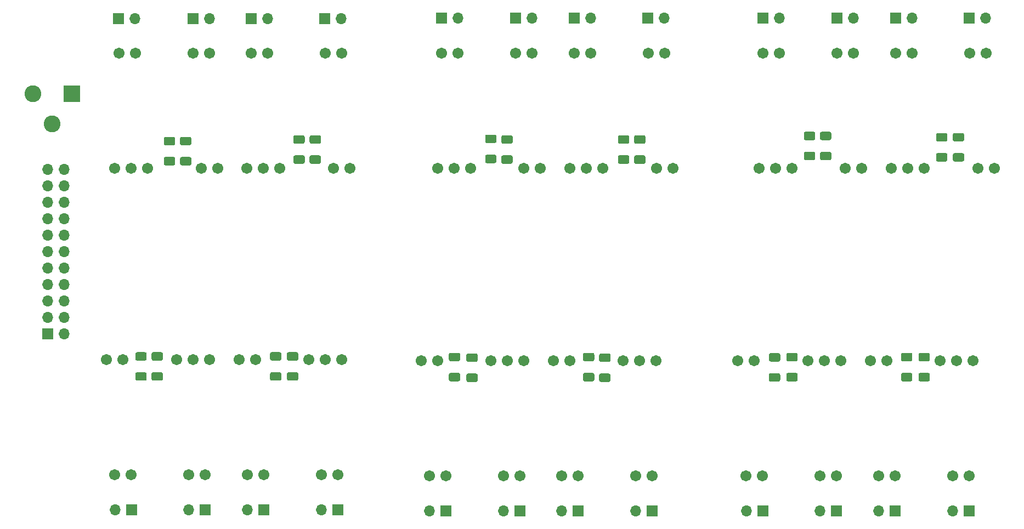
<source format=gbr>
%TF.GenerationSoftware,KiCad,Pcbnew,(5.1.9-0-10_14)*%
%TF.CreationDate,2021-06-18T00:48:09+02:00*%
%TF.ProjectId,V3,56332e6b-6963-4616-945f-706362585858,rev?*%
%TF.SameCoordinates,Original*%
%TF.FileFunction,Soldermask,Bot*%
%TF.FilePolarity,Negative*%
%FSLAX46Y46*%
G04 Gerber Fmt 4.6, Leading zero omitted, Abs format (unit mm)*
G04 Created by KiCad (PCBNEW (5.1.9-0-10_14)) date 2021-06-18 00:48:09*
%MOMM*%
%LPD*%
G01*
G04 APERTURE LIST*
%ADD10R,1.700000X1.700000*%
%ADD11O,1.700000X1.700000*%
%ADD12C,1.711200*%
%ADD13R,2.600000X2.600000*%
%ADD14C,2.600000*%
G04 APERTURE END LIST*
D10*
%TO.C,J2*%
X97800000Y-107820000D03*
D11*
X100340000Y-107820000D03*
X97800000Y-105280000D03*
X100340000Y-105280000D03*
X97800000Y-102740000D03*
X100340000Y-102740000D03*
X97800000Y-100200000D03*
X100340000Y-100200000D03*
X97800000Y-97660000D03*
X100340000Y-97660000D03*
X97800000Y-95120000D03*
X100340000Y-95120000D03*
X97800000Y-92580000D03*
X100340000Y-92580000D03*
X97800000Y-90040000D03*
X100340000Y-90040000D03*
X97800000Y-87500000D03*
X100340000Y-87500000D03*
X97800000Y-84960000D03*
X100340000Y-84960000D03*
X97800000Y-82420000D03*
X100340000Y-82420000D03*
%TD*%
D12*
%TO.C,U3*%
X129200501Y-64487501D03*
X131740501Y-64487501D03*
X143170501Y-64487501D03*
X140630501Y-64487501D03*
X144440501Y-82267501D03*
X141900501Y-82267501D03*
X128565501Y-82267501D03*
X131105501Y-82267501D03*
X133645501Y-82267501D03*
%TD*%
%TO.C,U4*%
X113215501Y-82267501D03*
X110675501Y-82267501D03*
X108135501Y-82267501D03*
X121470501Y-82267501D03*
X124010501Y-82267501D03*
X120200501Y-64487501D03*
X122740501Y-64487501D03*
X111310501Y-64487501D03*
X108770501Y-64487501D03*
%TD*%
D13*
%TO.C,J1*%
X101500000Y-70700000D03*
D14*
X95500000Y-70700000D03*
X98500000Y-75400000D03*
%TD*%
D12*
%TO.C,U11*%
X219569499Y-129732499D03*
X217029499Y-129732499D03*
X205599499Y-129732499D03*
X208139499Y-129732499D03*
X204329499Y-111952499D03*
X206869499Y-111952499D03*
X220204499Y-111952499D03*
X217664499Y-111952499D03*
X215124499Y-111952499D03*
%TD*%
D11*
%TO.C,LS1*%
X161160000Y-59040000D03*
D10*
X158620000Y-59040000D03*
%TD*%
%TO.C,LS2*%
X170060000Y-59040000D03*
D11*
X172600000Y-59040000D03*
%TD*%
D10*
%TO.C,LS3*%
X179060000Y-59040000D03*
D11*
X181600000Y-59040000D03*
%TD*%
%TO.C,LS4*%
X193000000Y-59040000D03*
D10*
X190460000Y-59040000D03*
%TD*%
D11*
%TO.C,LS5*%
X111300000Y-59100000D03*
D10*
X108760000Y-59100000D03*
%TD*%
D11*
%TO.C,LS6*%
X122740000Y-59100000D03*
D10*
X120200000Y-59100000D03*
%TD*%
D11*
%TO.C,LS7*%
X131740000Y-59100000D03*
D10*
X129200000Y-59100000D03*
%TD*%
%TO.C,LS8*%
X140600000Y-59100000D03*
D11*
X143140000Y-59100000D03*
%TD*%
D10*
%TO.C,LS9*%
X208220000Y-59080000D03*
D11*
X210760000Y-59080000D03*
%TD*%
D10*
%TO.C,LS10*%
X219660000Y-59080000D03*
D11*
X222200000Y-59080000D03*
%TD*%
D10*
%TO.C,LS11*%
X228660000Y-59080000D03*
D11*
X231200000Y-59080000D03*
%TD*%
%TO.C,LS12*%
X242600000Y-59080000D03*
D10*
X240060000Y-59080000D03*
%TD*%
%TO.C,LS13*%
X191110000Y-135160000D03*
D11*
X188570000Y-135160000D03*
%TD*%
%TO.C,LS14*%
X177130000Y-135160000D03*
D10*
X179670000Y-135160000D03*
%TD*%
%TO.C,LS15*%
X170670000Y-135160000D03*
D11*
X168130000Y-135160000D03*
%TD*%
%TO.C,LS16*%
X156730000Y-135160000D03*
D10*
X159270000Y-135160000D03*
%TD*%
%TO.C,LS17*%
X142570000Y-135000000D03*
D11*
X140030000Y-135000000D03*
%TD*%
%TO.C,LS18*%
X128590000Y-135000000D03*
D10*
X131130000Y-135000000D03*
%TD*%
%TO.C,LS19*%
X122130000Y-135000000D03*
D11*
X119590000Y-135000000D03*
%TD*%
%TO.C,LS20*%
X108190000Y-135000000D03*
D10*
X110730000Y-135000000D03*
%TD*%
%TO.C,LS21*%
X240010000Y-135120000D03*
D11*
X237470000Y-135120000D03*
%TD*%
%TO.C,LS22*%
X226030000Y-135120000D03*
D10*
X228570000Y-135120000D03*
%TD*%
%TO.C,LS23*%
X219570000Y-135120000D03*
D11*
X217030000Y-135120000D03*
%TD*%
%TO.C,LS24*%
X205630000Y-135120000D03*
D10*
X208170000Y-135120000D03*
%TD*%
%TO.C,R5*%
G36*
G01*
X188575000Y-77150000D02*
X189825000Y-77150000D01*
G75*
G02*
X190075000Y-77400000I0J-250000D01*
G01*
X190075000Y-78200000D01*
G75*
G02*
X189825000Y-78450000I-250000J0D01*
G01*
X188575000Y-78450000D01*
G75*
G02*
X188325000Y-78200000I0J250000D01*
G01*
X188325000Y-77400000D01*
G75*
G02*
X188575000Y-77150000I250000J0D01*
G01*
G37*
G36*
G01*
X188575000Y-80250000D02*
X189825000Y-80250000D01*
G75*
G02*
X190075000Y-80500000I0J-250000D01*
G01*
X190075000Y-81300000D01*
G75*
G02*
X189825000Y-81550000I-250000J0D01*
G01*
X188575000Y-81550000D01*
G75*
G02*
X188325000Y-81300000I0J250000D01*
G01*
X188325000Y-80500000D01*
G75*
G02*
X188575000Y-80250000I250000J0D01*
G01*
G37*
%TD*%
%TO.C,R6*%
G36*
G01*
X168075000Y-80250000D02*
X169325000Y-80250000D01*
G75*
G02*
X169575000Y-80500000I0J-250000D01*
G01*
X169575000Y-81300000D01*
G75*
G02*
X169325000Y-81550000I-250000J0D01*
G01*
X168075000Y-81550000D01*
G75*
G02*
X167825000Y-81300000I0J250000D01*
G01*
X167825000Y-80500000D01*
G75*
G02*
X168075000Y-80250000I250000J0D01*
G01*
G37*
G36*
G01*
X168075000Y-77150000D02*
X169325000Y-77150000D01*
G75*
G02*
X169575000Y-77400000I0J-250000D01*
G01*
X169575000Y-78200000D01*
G75*
G02*
X169325000Y-78450000I-250000J0D01*
G01*
X168075000Y-78450000D01*
G75*
G02*
X167825000Y-78200000I0J250000D01*
G01*
X167825000Y-77400000D01*
G75*
G02*
X168075000Y-77150000I250000J0D01*
G01*
G37*
%TD*%
%TO.C,R7*%
G36*
G01*
X187325000Y-78450000D02*
X186075000Y-78450000D01*
G75*
G02*
X185825000Y-78200000I0J250000D01*
G01*
X185825000Y-77400000D01*
G75*
G02*
X186075000Y-77150000I250000J0D01*
G01*
X187325000Y-77150000D01*
G75*
G02*
X187575000Y-77400000I0J-250000D01*
G01*
X187575000Y-78200000D01*
G75*
G02*
X187325000Y-78450000I-250000J0D01*
G01*
G37*
G36*
G01*
X187325000Y-81550000D02*
X186075000Y-81550000D01*
G75*
G02*
X185825000Y-81300000I0J250000D01*
G01*
X185825000Y-80500000D01*
G75*
G02*
X186075000Y-80250000I250000J0D01*
G01*
X187325000Y-80250000D01*
G75*
G02*
X187575000Y-80500000I0J-250000D01*
G01*
X187575000Y-81300000D01*
G75*
G02*
X187325000Y-81550000I-250000J0D01*
G01*
G37*
%TD*%
%TO.C,R8*%
G36*
G01*
X166825000Y-81450000D02*
X165575000Y-81450000D01*
G75*
G02*
X165325000Y-81200000I0J250000D01*
G01*
X165325000Y-80400000D01*
G75*
G02*
X165575000Y-80150000I250000J0D01*
G01*
X166825000Y-80150000D01*
G75*
G02*
X167075000Y-80400000I0J-250000D01*
G01*
X167075000Y-81200000D01*
G75*
G02*
X166825000Y-81450000I-250000J0D01*
G01*
G37*
G36*
G01*
X166825000Y-78350000D02*
X165575000Y-78350000D01*
G75*
G02*
X165325000Y-78100000I0J250000D01*
G01*
X165325000Y-77300000D01*
G75*
G02*
X165575000Y-77050000I250000J0D01*
G01*
X166825000Y-77050000D01*
G75*
G02*
X167075000Y-77300000I0J-250000D01*
G01*
X167075000Y-78100000D01*
G75*
G02*
X166825000Y-78350000I-250000J0D01*
G01*
G37*
%TD*%
%TO.C,R9*%
G36*
G01*
X138475000Y-80250000D02*
X139725000Y-80250000D01*
G75*
G02*
X139975000Y-80500000I0J-250000D01*
G01*
X139975000Y-81300000D01*
G75*
G02*
X139725000Y-81550000I-250000J0D01*
G01*
X138475000Y-81550000D01*
G75*
G02*
X138225000Y-81300000I0J250000D01*
G01*
X138225000Y-80500000D01*
G75*
G02*
X138475000Y-80250000I250000J0D01*
G01*
G37*
G36*
G01*
X138475000Y-77150000D02*
X139725000Y-77150000D01*
G75*
G02*
X139975000Y-77400000I0J-250000D01*
G01*
X139975000Y-78200000D01*
G75*
G02*
X139725000Y-78450000I-250000J0D01*
G01*
X138475000Y-78450000D01*
G75*
G02*
X138225000Y-78200000I0J250000D01*
G01*
X138225000Y-77400000D01*
G75*
G02*
X138475000Y-77150000I250000J0D01*
G01*
G37*
%TD*%
%TO.C,R10*%
G36*
G01*
X118475000Y-77400000D02*
X119725000Y-77400000D01*
G75*
G02*
X119975000Y-77650000I0J-250000D01*
G01*
X119975000Y-78450000D01*
G75*
G02*
X119725000Y-78700000I-250000J0D01*
G01*
X118475000Y-78700000D01*
G75*
G02*
X118225000Y-78450000I0J250000D01*
G01*
X118225000Y-77650000D01*
G75*
G02*
X118475000Y-77400000I250000J0D01*
G01*
G37*
G36*
G01*
X118475000Y-80500000D02*
X119725000Y-80500000D01*
G75*
G02*
X119975000Y-80750000I0J-250000D01*
G01*
X119975000Y-81550000D01*
G75*
G02*
X119725000Y-81800000I-250000J0D01*
G01*
X118475000Y-81800000D01*
G75*
G02*
X118225000Y-81550000I0J250000D01*
G01*
X118225000Y-80750000D01*
G75*
G02*
X118475000Y-80500000I250000J0D01*
G01*
G37*
%TD*%
%TO.C,R11*%
G36*
G01*
X137225000Y-81550000D02*
X135975000Y-81550000D01*
G75*
G02*
X135725000Y-81300000I0J250000D01*
G01*
X135725000Y-80500000D01*
G75*
G02*
X135975000Y-80250000I250000J0D01*
G01*
X137225000Y-80250000D01*
G75*
G02*
X137475000Y-80500000I0J-250000D01*
G01*
X137475000Y-81300000D01*
G75*
G02*
X137225000Y-81550000I-250000J0D01*
G01*
G37*
G36*
G01*
X137225000Y-78450000D02*
X135975000Y-78450000D01*
G75*
G02*
X135725000Y-78200000I0J250000D01*
G01*
X135725000Y-77400000D01*
G75*
G02*
X135975000Y-77150000I250000J0D01*
G01*
X137225000Y-77150000D01*
G75*
G02*
X137475000Y-77400000I0J-250000D01*
G01*
X137475000Y-78200000D01*
G75*
G02*
X137225000Y-78450000I-250000J0D01*
G01*
G37*
%TD*%
%TO.C,R12*%
G36*
G01*
X117225000Y-78700000D02*
X115975000Y-78700000D01*
G75*
G02*
X115725000Y-78450000I0J250000D01*
G01*
X115725000Y-77650000D01*
G75*
G02*
X115975000Y-77400000I250000J0D01*
G01*
X117225000Y-77400000D01*
G75*
G02*
X117475000Y-77650000I0J-250000D01*
G01*
X117475000Y-78450000D01*
G75*
G02*
X117225000Y-78700000I-250000J0D01*
G01*
G37*
G36*
G01*
X117225000Y-81800000D02*
X115975000Y-81800000D01*
G75*
G02*
X115725000Y-81550000I0J250000D01*
G01*
X115725000Y-80750000D01*
G75*
G02*
X115975000Y-80500000I250000J0D01*
G01*
X117225000Y-80500000D01*
G75*
G02*
X117475000Y-80750000I0J-250000D01*
G01*
X117475000Y-81550000D01*
G75*
G02*
X117225000Y-81800000I-250000J0D01*
G01*
G37*
%TD*%
%TO.C,R13*%
G36*
G01*
X237775000Y-79900000D02*
X239025000Y-79900000D01*
G75*
G02*
X239275000Y-80150000I0J-250000D01*
G01*
X239275000Y-80950000D01*
G75*
G02*
X239025000Y-81200000I-250000J0D01*
G01*
X237775000Y-81200000D01*
G75*
G02*
X237525000Y-80950000I0J250000D01*
G01*
X237525000Y-80150000D01*
G75*
G02*
X237775000Y-79900000I250000J0D01*
G01*
G37*
G36*
G01*
X237775000Y-76800000D02*
X239025000Y-76800000D01*
G75*
G02*
X239275000Y-77050000I0J-250000D01*
G01*
X239275000Y-77850000D01*
G75*
G02*
X239025000Y-78100000I-250000J0D01*
G01*
X237775000Y-78100000D01*
G75*
G02*
X237525000Y-77850000I0J250000D01*
G01*
X237525000Y-77050000D01*
G75*
G02*
X237775000Y-76800000I250000J0D01*
G01*
G37*
%TD*%
%TO.C,R14*%
G36*
G01*
X217275000Y-76600000D02*
X218525000Y-76600000D01*
G75*
G02*
X218775000Y-76850000I0J-250000D01*
G01*
X218775000Y-77650000D01*
G75*
G02*
X218525000Y-77900000I-250000J0D01*
G01*
X217275000Y-77900000D01*
G75*
G02*
X217025000Y-77650000I0J250000D01*
G01*
X217025000Y-76850000D01*
G75*
G02*
X217275000Y-76600000I250000J0D01*
G01*
G37*
G36*
G01*
X217275000Y-79700000D02*
X218525000Y-79700000D01*
G75*
G02*
X218775000Y-79950000I0J-250000D01*
G01*
X218775000Y-80750000D01*
G75*
G02*
X218525000Y-81000000I-250000J0D01*
G01*
X217275000Y-81000000D01*
G75*
G02*
X217025000Y-80750000I0J250000D01*
G01*
X217025000Y-79950000D01*
G75*
G02*
X217275000Y-79700000I250000J0D01*
G01*
G37*
%TD*%
%TO.C,R15*%
G36*
G01*
X236425000Y-81200000D02*
X235175000Y-81200000D01*
G75*
G02*
X234925000Y-80950000I0J250000D01*
G01*
X234925000Y-80150000D01*
G75*
G02*
X235175000Y-79900000I250000J0D01*
G01*
X236425000Y-79900000D01*
G75*
G02*
X236675000Y-80150000I0J-250000D01*
G01*
X236675000Y-80950000D01*
G75*
G02*
X236425000Y-81200000I-250000J0D01*
G01*
G37*
G36*
G01*
X236425000Y-78100000D02*
X235175000Y-78100000D01*
G75*
G02*
X234925000Y-77850000I0J250000D01*
G01*
X234925000Y-77050000D01*
G75*
G02*
X235175000Y-76800000I250000J0D01*
G01*
X236425000Y-76800000D01*
G75*
G02*
X236675000Y-77050000I0J-250000D01*
G01*
X236675000Y-77850000D01*
G75*
G02*
X236425000Y-78100000I-250000J0D01*
G01*
G37*
%TD*%
%TO.C,R16*%
G36*
G01*
X216025000Y-77900000D02*
X214775000Y-77900000D01*
G75*
G02*
X214525000Y-77650000I0J250000D01*
G01*
X214525000Y-76850000D01*
G75*
G02*
X214775000Y-76600000I250000J0D01*
G01*
X216025000Y-76600000D01*
G75*
G02*
X216275000Y-76850000I0J-250000D01*
G01*
X216275000Y-77650000D01*
G75*
G02*
X216025000Y-77900000I-250000J0D01*
G01*
G37*
G36*
G01*
X216025000Y-81000000D02*
X214775000Y-81000000D01*
G75*
G02*
X214525000Y-80750000I0J250000D01*
G01*
X214525000Y-79950000D01*
G75*
G02*
X214775000Y-79700000I250000J0D01*
G01*
X216025000Y-79700000D01*
G75*
G02*
X216275000Y-79950000I0J-250000D01*
G01*
X216275000Y-80750000D01*
G75*
G02*
X216025000Y-81000000I-250000J0D01*
G01*
G37*
%TD*%
%TO.C,R17*%
G36*
G01*
X181925000Y-112050000D02*
X180675000Y-112050000D01*
G75*
G02*
X180425000Y-111800000I0J250000D01*
G01*
X180425000Y-111000000D01*
G75*
G02*
X180675000Y-110750000I250000J0D01*
G01*
X181925000Y-110750000D01*
G75*
G02*
X182175000Y-111000000I0J-250000D01*
G01*
X182175000Y-111800000D01*
G75*
G02*
X181925000Y-112050000I-250000J0D01*
G01*
G37*
G36*
G01*
X181925000Y-115150000D02*
X180675000Y-115150000D01*
G75*
G02*
X180425000Y-114900000I0J250000D01*
G01*
X180425000Y-114100000D01*
G75*
G02*
X180675000Y-113850000I250000J0D01*
G01*
X181925000Y-113850000D01*
G75*
G02*
X182175000Y-114100000I0J-250000D01*
G01*
X182175000Y-114900000D01*
G75*
G02*
X181925000Y-115150000I-250000J0D01*
G01*
G37*
%TD*%
%TO.C,R18*%
G36*
G01*
X163925000Y-115250000D02*
X162675000Y-115250000D01*
G75*
G02*
X162425000Y-115000000I0J250000D01*
G01*
X162425000Y-114200000D01*
G75*
G02*
X162675000Y-113950000I250000J0D01*
G01*
X163925000Y-113950000D01*
G75*
G02*
X164175000Y-114200000I0J-250000D01*
G01*
X164175000Y-115000000D01*
G75*
G02*
X163925000Y-115250000I-250000J0D01*
G01*
G37*
G36*
G01*
X163925000Y-112150000D02*
X162675000Y-112150000D01*
G75*
G02*
X162425000Y-111900000I0J250000D01*
G01*
X162425000Y-111100000D01*
G75*
G02*
X162675000Y-110850000I250000J0D01*
G01*
X163925000Y-110850000D01*
G75*
G02*
X164175000Y-111100000I0J-250000D01*
G01*
X164175000Y-111900000D01*
G75*
G02*
X163925000Y-112150000I-250000J0D01*
G01*
G37*
%TD*%
%TO.C,R19*%
G36*
G01*
X183175000Y-110850000D02*
X184425000Y-110850000D01*
G75*
G02*
X184675000Y-111100000I0J-250000D01*
G01*
X184675000Y-111900000D01*
G75*
G02*
X184425000Y-112150000I-250000J0D01*
G01*
X183175000Y-112150000D01*
G75*
G02*
X182925000Y-111900000I0J250000D01*
G01*
X182925000Y-111100000D01*
G75*
G02*
X183175000Y-110850000I250000J0D01*
G01*
G37*
G36*
G01*
X183175000Y-113950000D02*
X184425000Y-113950000D01*
G75*
G02*
X184675000Y-114200000I0J-250000D01*
G01*
X184675000Y-115000000D01*
G75*
G02*
X184425000Y-115250000I-250000J0D01*
G01*
X183175000Y-115250000D01*
G75*
G02*
X182925000Y-115000000I0J250000D01*
G01*
X182925000Y-114200000D01*
G75*
G02*
X183175000Y-113950000I250000J0D01*
G01*
G37*
%TD*%
%TO.C,R20*%
G36*
G01*
X159975000Y-113850000D02*
X161225000Y-113850000D01*
G75*
G02*
X161475000Y-114100000I0J-250000D01*
G01*
X161475000Y-114900000D01*
G75*
G02*
X161225000Y-115150000I-250000J0D01*
G01*
X159975000Y-115150000D01*
G75*
G02*
X159725000Y-114900000I0J250000D01*
G01*
X159725000Y-114100000D01*
G75*
G02*
X159975000Y-113850000I250000J0D01*
G01*
G37*
G36*
G01*
X159975000Y-110750000D02*
X161225000Y-110750000D01*
G75*
G02*
X161475000Y-111000000I0J-250000D01*
G01*
X161475000Y-111800000D01*
G75*
G02*
X161225000Y-112050000I-250000J0D01*
G01*
X159975000Y-112050000D01*
G75*
G02*
X159725000Y-111800000I0J250000D01*
G01*
X159725000Y-111000000D01*
G75*
G02*
X159975000Y-110750000I250000J0D01*
G01*
G37*
%TD*%
%TO.C,R21*%
G36*
G01*
X136225000Y-111950000D02*
X134975000Y-111950000D01*
G75*
G02*
X134725000Y-111700000I0J250000D01*
G01*
X134725000Y-110900000D01*
G75*
G02*
X134975000Y-110650000I250000J0D01*
G01*
X136225000Y-110650000D01*
G75*
G02*
X136475000Y-110900000I0J-250000D01*
G01*
X136475000Y-111700000D01*
G75*
G02*
X136225000Y-111950000I-250000J0D01*
G01*
G37*
G36*
G01*
X136225000Y-115050000D02*
X134975000Y-115050000D01*
G75*
G02*
X134725000Y-114800000I0J250000D01*
G01*
X134725000Y-114000000D01*
G75*
G02*
X134975000Y-113750000I250000J0D01*
G01*
X136225000Y-113750000D01*
G75*
G02*
X136475000Y-114000000I0J-250000D01*
G01*
X136475000Y-114800000D01*
G75*
G02*
X136225000Y-115050000I-250000J0D01*
G01*
G37*
%TD*%
%TO.C,R22*%
G36*
G01*
X115325000Y-115050000D02*
X114075000Y-115050000D01*
G75*
G02*
X113825000Y-114800000I0J250000D01*
G01*
X113825000Y-114000000D01*
G75*
G02*
X114075000Y-113750000I250000J0D01*
G01*
X115325000Y-113750000D01*
G75*
G02*
X115575000Y-114000000I0J-250000D01*
G01*
X115575000Y-114800000D01*
G75*
G02*
X115325000Y-115050000I-250000J0D01*
G01*
G37*
G36*
G01*
X115325000Y-111950000D02*
X114075000Y-111950000D01*
G75*
G02*
X113825000Y-111700000I0J250000D01*
G01*
X113825000Y-110900000D01*
G75*
G02*
X114075000Y-110650000I250000J0D01*
G01*
X115325000Y-110650000D01*
G75*
G02*
X115575000Y-110900000I0J-250000D01*
G01*
X115575000Y-111700000D01*
G75*
G02*
X115325000Y-111950000I-250000J0D01*
G01*
G37*
%TD*%
%TO.C,R23*%
G36*
G01*
X132375000Y-110650000D02*
X133625000Y-110650000D01*
G75*
G02*
X133875000Y-110900000I0J-250000D01*
G01*
X133875000Y-111700000D01*
G75*
G02*
X133625000Y-111950000I-250000J0D01*
G01*
X132375000Y-111950000D01*
G75*
G02*
X132125000Y-111700000I0J250000D01*
G01*
X132125000Y-110900000D01*
G75*
G02*
X132375000Y-110650000I250000J0D01*
G01*
G37*
G36*
G01*
X132375000Y-113750000D02*
X133625000Y-113750000D01*
G75*
G02*
X133875000Y-114000000I0J-250000D01*
G01*
X133875000Y-114800000D01*
G75*
G02*
X133625000Y-115050000I-250000J0D01*
G01*
X132375000Y-115050000D01*
G75*
G02*
X132125000Y-114800000I0J250000D01*
G01*
X132125000Y-114000000D01*
G75*
G02*
X132375000Y-113750000I250000J0D01*
G01*
G37*
%TD*%
%TO.C,R24*%
G36*
G01*
X111575000Y-113750000D02*
X112825000Y-113750000D01*
G75*
G02*
X113075000Y-114000000I0J-250000D01*
G01*
X113075000Y-114800000D01*
G75*
G02*
X112825000Y-115050000I-250000J0D01*
G01*
X111575000Y-115050000D01*
G75*
G02*
X111325000Y-114800000I0J250000D01*
G01*
X111325000Y-114000000D01*
G75*
G02*
X111575000Y-113750000I250000J0D01*
G01*
G37*
G36*
G01*
X111575000Y-110650000D02*
X112825000Y-110650000D01*
G75*
G02*
X113075000Y-110900000I0J-250000D01*
G01*
X113075000Y-111700000D01*
G75*
G02*
X112825000Y-111950000I-250000J0D01*
G01*
X111575000Y-111950000D01*
G75*
G02*
X111325000Y-111700000I0J250000D01*
G01*
X111325000Y-110900000D01*
G75*
G02*
X111575000Y-110650000I250000J0D01*
G01*
G37*
%TD*%
%TO.C,R25*%
G36*
G01*
X231025000Y-112050000D02*
X229775000Y-112050000D01*
G75*
G02*
X229525000Y-111800000I0J250000D01*
G01*
X229525000Y-111000000D01*
G75*
G02*
X229775000Y-110750000I250000J0D01*
G01*
X231025000Y-110750000D01*
G75*
G02*
X231275000Y-111000000I0J-250000D01*
G01*
X231275000Y-111800000D01*
G75*
G02*
X231025000Y-112050000I-250000J0D01*
G01*
G37*
G36*
G01*
X231025000Y-115150000D02*
X229775000Y-115150000D01*
G75*
G02*
X229525000Y-114900000I0J250000D01*
G01*
X229525000Y-114100000D01*
G75*
G02*
X229775000Y-113850000I250000J0D01*
G01*
X231025000Y-113850000D01*
G75*
G02*
X231275000Y-114100000I0J-250000D01*
G01*
X231275000Y-114900000D01*
G75*
G02*
X231025000Y-115150000I-250000J0D01*
G01*
G37*
%TD*%
%TO.C,R26*%
G36*
G01*
X213325000Y-115150000D02*
X212075000Y-115150000D01*
G75*
G02*
X211825000Y-114900000I0J250000D01*
G01*
X211825000Y-114100000D01*
G75*
G02*
X212075000Y-113850000I250000J0D01*
G01*
X213325000Y-113850000D01*
G75*
G02*
X213575000Y-114100000I0J-250000D01*
G01*
X213575000Y-114900000D01*
G75*
G02*
X213325000Y-115150000I-250000J0D01*
G01*
G37*
G36*
G01*
X213325000Y-112050000D02*
X212075000Y-112050000D01*
G75*
G02*
X211825000Y-111800000I0J250000D01*
G01*
X211825000Y-111000000D01*
G75*
G02*
X212075000Y-110750000I250000J0D01*
G01*
X213325000Y-110750000D01*
G75*
G02*
X213575000Y-111000000I0J-250000D01*
G01*
X213575000Y-111800000D01*
G75*
G02*
X213325000Y-112050000I-250000J0D01*
G01*
G37*
%TD*%
%TO.C,R27*%
G36*
G01*
X232475000Y-110750000D02*
X233725000Y-110750000D01*
G75*
G02*
X233975000Y-111000000I0J-250000D01*
G01*
X233975000Y-111800000D01*
G75*
G02*
X233725000Y-112050000I-250000J0D01*
G01*
X232475000Y-112050000D01*
G75*
G02*
X232225000Y-111800000I0J250000D01*
G01*
X232225000Y-111000000D01*
G75*
G02*
X232475000Y-110750000I250000J0D01*
G01*
G37*
G36*
G01*
X232475000Y-113850000D02*
X233725000Y-113850000D01*
G75*
G02*
X233975000Y-114100000I0J-250000D01*
G01*
X233975000Y-114900000D01*
G75*
G02*
X233725000Y-115150000I-250000J0D01*
G01*
X232475000Y-115150000D01*
G75*
G02*
X232225000Y-114900000I0J250000D01*
G01*
X232225000Y-114100000D01*
G75*
G02*
X232475000Y-113850000I250000J0D01*
G01*
G37*
%TD*%
%TO.C,R28*%
G36*
G01*
X209375000Y-113900000D02*
X210625000Y-113900000D01*
G75*
G02*
X210875000Y-114150000I0J-250000D01*
G01*
X210875000Y-114950000D01*
G75*
G02*
X210625000Y-115200000I-250000J0D01*
G01*
X209375000Y-115200000D01*
G75*
G02*
X209125000Y-114950000I0J250000D01*
G01*
X209125000Y-114150000D01*
G75*
G02*
X209375000Y-113900000I250000J0D01*
G01*
G37*
G36*
G01*
X209375000Y-110800000D02*
X210625000Y-110800000D01*
G75*
G02*
X210875000Y-111050000I0J-250000D01*
G01*
X210875000Y-111850000D01*
G75*
G02*
X210625000Y-112100000I-250000J0D01*
G01*
X209375000Y-112100000D01*
G75*
G02*
X209125000Y-111850000I0J250000D01*
G01*
X209125000Y-111050000D01*
G75*
G02*
X209375000Y-110800000I250000J0D01*
G01*
G37*
%TD*%
D12*
%TO.C,U1*%
X179060501Y-64427501D03*
X181600501Y-64427501D03*
X193030501Y-64427501D03*
X190490501Y-64427501D03*
X194300501Y-82207501D03*
X191760501Y-82207501D03*
X178425501Y-82207501D03*
X180965501Y-82207501D03*
X183505501Y-82207501D03*
%TD*%
%TO.C,U2*%
X163075501Y-82207501D03*
X160535501Y-82207501D03*
X157995501Y-82207501D03*
X171330501Y-82207501D03*
X173870501Y-82207501D03*
X170060501Y-64427501D03*
X172600501Y-64427501D03*
X161170501Y-64427501D03*
X158630501Y-64427501D03*
%TD*%
%TO.C,U5*%
X233105501Y-82247501D03*
X230565501Y-82247501D03*
X228025501Y-82247501D03*
X241360501Y-82247501D03*
X243900501Y-82247501D03*
X240090501Y-64467501D03*
X242630501Y-64467501D03*
X231200501Y-64467501D03*
X228660501Y-64467501D03*
%TD*%
%TO.C,U6*%
X208230501Y-64467501D03*
X210770501Y-64467501D03*
X222200501Y-64467501D03*
X219660501Y-64467501D03*
X223470501Y-82247501D03*
X220930501Y-82247501D03*
X207595501Y-82247501D03*
X210135501Y-82247501D03*
X212675501Y-82247501D03*
%TD*%
%TO.C,U7*%
X166224499Y-111992499D03*
X168764499Y-111992499D03*
X171304499Y-111992499D03*
X157969499Y-111992499D03*
X155429499Y-111992499D03*
X159239499Y-129772499D03*
X156699499Y-129772499D03*
X168129499Y-129772499D03*
X170669499Y-129772499D03*
%TD*%
%TO.C,U8*%
X191099499Y-129772499D03*
X188559499Y-129772499D03*
X177129499Y-129772499D03*
X179669499Y-129772499D03*
X175859499Y-111992499D03*
X178399499Y-111992499D03*
X191734499Y-111992499D03*
X189194499Y-111992499D03*
X186654499Y-111992499D03*
%TD*%
%TO.C,U9*%
X122129499Y-129612499D03*
X119589499Y-129612499D03*
X108159499Y-129612499D03*
X110699499Y-129612499D03*
X106889499Y-111832499D03*
X109429499Y-111832499D03*
X122764499Y-111832499D03*
X120224499Y-111832499D03*
X117684499Y-111832499D03*
%TD*%
%TO.C,U10*%
X138114499Y-111832499D03*
X140654499Y-111832499D03*
X143194499Y-111832499D03*
X129859499Y-111832499D03*
X127319499Y-111832499D03*
X131129499Y-129612499D03*
X128589499Y-129612499D03*
X140019499Y-129612499D03*
X142559499Y-129612499D03*
%TD*%
%TO.C,U12*%
X235554499Y-111952499D03*
X238094499Y-111952499D03*
X240634499Y-111952499D03*
X227299499Y-111952499D03*
X224759499Y-111952499D03*
X228569499Y-129732499D03*
X226029499Y-129732499D03*
X237459499Y-129732499D03*
X239999499Y-129732499D03*
%TD*%
M02*

</source>
